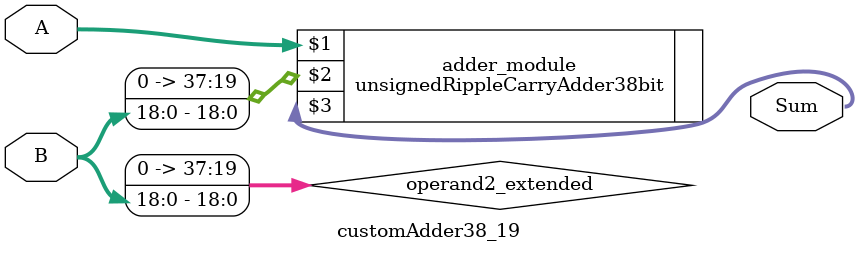
<source format=v>
module customAdder38_19(
                        input [37 : 0] A,
                        input [18 : 0] B,
                        
                        output [38 : 0] Sum
                );

        wire [37 : 0] operand2_extended;
        
        assign operand2_extended =  {19'b0, B};
        
        unsignedRippleCarryAdder38bit adder_module(
            A,
            operand2_extended,
            Sum
        );
        
        endmodule
        
</source>
